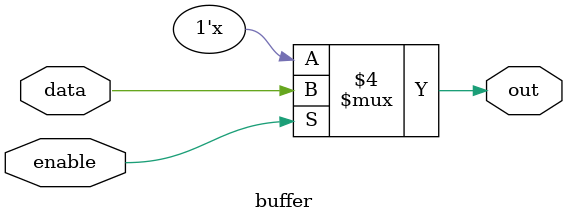
<source format=v>


`include "../d_flip_flop/d_flip_flop.v"

module bit_register(clk, input_enable, output_enable, data, out);

    input clk, input_enable, output_enable, data;
    output out;

    wire not_out;
    wire buf_out;

    wire mem_data;

    assign mem_data = (buf_out && ~input_enable) || (input_enable && data);

    d_flip_flop flip_memory (clk, mem_data, buf_out, not_out);

    buffer buf_memory (buf_out, output_enable, out);

endmodule

// ----BUFFER MODULE-------------------------------------------
// Buffer to hold data without output
// Input data - Input data
// Input enable - Enable the output
// Output out - Output data

// Written by Asanka Sovis (24/09/2022)
// Based on the 8-bit Computer series by Ben Eater
// ------------------------------------------------------------

module buffer(data, enable, out);

    input data, enable;
    output reg out;

    always @* begin
        if (enable == 1) begin
            out <= data;
        end
        else begin
            out <= 1'bZ;
        end
    end

endmodule
</source>
